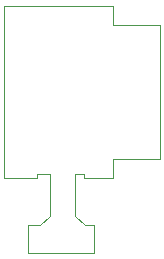
<source format=gbr>
%TF.GenerationSoftware,Altium Limited,Altium Designer,18.0.12 (696)*%
G04 Layer_Color=0*
%FSLAX45Y45*%
%MOMM*%
%TF.FileFunction,Profile,NP*%
%TF.Part,Single*%
G01*
G75*
%TA.AperFunction,Profile*%
%ADD84C,0.02540*%
D84*
X-170921Y-403000D02*
X-92499Y-324578D01*
X-92500Y35001D01*
X-200000Y35002D01*
X-200000Y-1D01*
X-478250D01*
Y1450000D01*
X440000D01*
Y1295000D01*
X845000D01*
Y155000D01*
X440000D01*
Y-1D01*
X200000D01*
X200000Y35000D01*
X125000Y35000D01*
X124999Y-324079D01*
X203921Y-403000D01*
X280500Y-403001D01*
Y-635003D01*
X-274500Y-635000D01*
Y-403001D01*
X-170921Y-403000D01*
%TF.MD5,965b82da9b773eeb15db9986ebbc78f8*%
M02*

</source>
